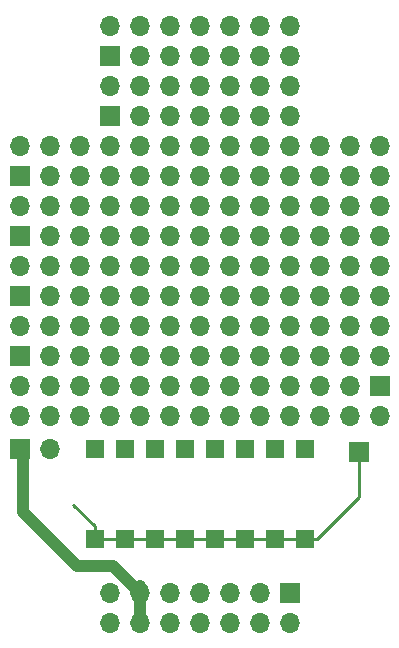
<source format=gtl>
G04 #@! TF.GenerationSoftware,KiCad,Pcbnew,5.0.2-bee76a0~70~ubuntu14.04.1*
G04 #@! TF.CreationDate,2018-12-14T16:23:02-07:00*
G04 #@! TF.ProjectId,perf-sensor,70657266-2d73-4656-9e73-6f722e6b6963,rev?*
G04 #@! TF.SameCoordinates,Original*
G04 #@! TF.FileFunction,Copper,L1,Top*
G04 #@! TF.FilePolarity,Positive*
%FSLAX46Y46*%
G04 Gerber Fmt 4.6, Leading zero omitted, Abs format (unit mm)*
G04 Created by KiCad (PCBNEW 5.0.2-bee76a0~70~ubuntu14.04.1) date Fri 14 Dec 2018 04:23:02 PM MST*
%MOMM*%
%LPD*%
G01*
G04 APERTURE LIST*
G04 #@! TA.AperFunction,ComponentPad*
%ADD10R,1.700000X1.700000*%
G04 #@! TD*
G04 #@! TA.AperFunction,ComponentPad*
%ADD11O,1.700000X1.700000*%
G04 #@! TD*
G04 #@! TA.AperFunction,SMDPad,CuDef*
%ADD12R,1.600000X1.600000*%
G04 #@! TD*
G04 #@! TA.AperFunction,ViaPad*
%ADD13C,0.800000*%
G04 #@! TD*
G04 #@! TA.AperFunction,Conductor*
%ADD14C,1.000000*%
G04 #@! TD*
G04 #@! TA.AperFunction,Conductor*
%ADD15C,0.250000*%
G04 #@! TD*
G04 APERTURE END LIST*
D10*
G04 #@! TO.P,J4,1*
G04 #@! TO.N,bus1*
X107950000Y-107188000D03*
D11*
G04 #@! TO.P,J4,2*
G04 #@! TO.N,bus2*
X107950000Y-109728000D03*
G04 #@! TO.P,J4,3*
G04 #@! TO.N,bus3*
X105410000Y-107188000D03*
G04 #@! TO.P,J4,4*
G04 #@! TO.N,bus4*
X105410000Y-109728000D03*
G04 #@! TO.P,J4,5*
G04 #@! TO.N,bus5*
X102870000Y-107188000D03*
G04 #@! TO.P,J4,6*
G04 #@! TO.N,bus6*
X102870000Y-109728000D03*
G04 #@! TO.P,J4,7*
G04 #@! TO.N,bus7*
X100330000Y-107188000D03*
G04 #@! TO.P,J4,8*
G04 #@! TO.N,bus8*
X100330000Y-109728000D03*
G04 #@! TO.P,J4,9*
G04 #@! TO.N,bus9*
X97790000Y-107188000D03*
G04 #@! TO.P,J4,10*
G04 #@! TO.N,bus10*
X97790000Y-109728000D03*
G04 #@! TO.P,J4,11*
G04 #@! TO.N,bus11*
X95250000Y-107188000D03*
G04 #@! TO.P,J4,12*
X95250000Y-109728000D03*
G04 #@! TO.P,J4,13*
G04 #@! TO.N,bus13*
X92710000Y-107188000D03*
G04 #@! TO.P,J4,14*
X92710000Y-109728000D03*
G04 #@! TD*
D12*
G04 #@! TO.P,SW1,1*
G04 #@! TO.N,bus3*
X109220000Y-94996000D03*
G04 #@! TO.P,SW1,9*
G04 #@! TO.N,signal*
X91440000Y-102616000D03*
G04 #@! TO.P,SW1,2*
G04 #@! TO.N,bus4*
X106680000Y-94996000D03*
G04 #@! TO.P,SW1,10*
G04 #@! TO.N,signal*
X93980000Y-102616000D03*
G04 #@! TO.P,SW1,3*
G04 #@! TO.N,bus5*
X104140000Y-94996000D03*
G04 #@! TO.P,SW1,11*
G04 #@! TO.N,signal*
X96520000Y-102616000D03*
G04 #@! TO.P,SW1,4*
G04 #@! TO.N,bus6*
X101600000Y-94996000D03*
G04 #@! TO.P,SW1,12*
G04 #@! TO.N,signal*
X99060000Y-102616000D03*
G04 #@! TO.P,SW1,5*
G04 #@! TO.N,bus7*
X99060000Y-94996000D03*
G04 #@! TO.P,SW1,13*
G04 #@! TO.N,signal*
X101600000Y-102616000D03*
G04 #@! TO.P,SW1,6*
G04 #@! TO.N,bus8*
X96520000Y-94996000D03*
G04 #@! TO.P,SW1,14*
G04 #@! TO.N,signal*
X104140000Y-102616000D03*
G04 #@! TO.P,SW1,7*
G04 #@! TO.N,bus9*
X93980000Y-94996000D03*
G04 #@! TO.P,SW1,15*
G04 #@! TO.N,signal*
X106680000Y-102616000D03*
G04 #@! TO.P,SW1,8*
G04 #@! TO.N,bus10*
X91440000Y-94996000D03*
G04 #@! TO.P,SW1,16*
G04 #@! TO.N,signal*
X109220000Y-102616000D03*
G04 #@! TD*
D10*
G04 #@! TO.P,J2,1*
G04 #@! TO.N,Net-(J2-Pad1)*
X115570000Y-89662000D03*
D11*
G04 #@! TO.P,J2,2*
G04 #@! TO.N,Net-(J2-Pad2)*
X115570000Y-92202000D03*
G04 #@! TO.P,J2,3*
G04 #@! TO.N,Net-(J2-Pad3)*
X113030000Y-89662000D03*
G04 #@! TO.P,J2,4*
G04 #@! TO.N,Net-(J2-Pad4)*
X113030000Y-92202000D03*
G04 #@! TO.P,J2,5*
G04 #@! TO.N,Net-(J2-Pad5)*
X110490000Y-89662000D03*
G04 #@! TO.P,J2,6*
G04 #@! TO.N,Net-(J2-Pad6)*
X110490000Y-92202000D03*
G04 #@! TO.P,J2,7*
G04 #@! TO.N,Net-(J2-Pad7)*
X107950000Y-89662000D03*
G04 #@! TO.P,J2,8*
G04 #@! TO.N,Net-(J2-Pad8)*
X107950000Y-92202000D03*
G04 #@! TO.P,J2,9*
G04 #@! TO.N,Net-(J2-Pad9)*
X105410000Y-89662000D03*
G04 #@! TO.P,J2,10*
G04 #@! TO.N,Net-(J2-Pad10)*
X105410000Y-92202000D03*
G04 #@! TO.P,J2,11*
G04 #@! TO.N,Net-(J2-Pad11)*
X102870000Y-89662000D03*
G04 #@! TO.P,J2,12*
G04 #@! TO.N,Net-(J2-Pad12)*
X102870000Y-92202000D03*
G04 #@! TO.P,J2,13*
G04 #@! TO.N,Net-(J2-Pad13)*
X100330000Y-89662000D03*
G04 #@! TO.P,J2,14*
G04 #@! TO.N,Net-(J2-Pad14)*
X100330000Y-92202000D03*
G04 #@! TO.P,J2,15*
G04 #@! TO.N,Net-(J2-Pad15)*
X97790000Y-89662000D03*
G04 #@! TO.P,J2,16*
G04 #@! TO.N,Net-(J2-Pad16)*
X97790000Y-92202000D03*
G04 #@! TO.P,J2,17*
G04 #@! TO.N,Net-(J2-Pad17)*
X95250000Y-89662000D03*
G04 #@! TO.P,J2,18*
G04 #@! TO.N,Net-(J2-Pad18)*
X95250000Y-92202000D03*
G04 #@! TO.P,J2,19*
G04 #@! TO.N,Net-(J2-Pad19)*
X92710000Y-89662000D03*
G04 #@! TO.P,J2,20*
G04 #@! TO.N,Net-(J2-Pad20)*
X92710000Y-92202000D03*
G04 #@! TO.P,J2,21*
G04 #@! TO.N,Net-(J2-Pad21)*
X90170000Y-89662000D03*
G04 #@! TO.P,J2,22*
G04 #@! TO.N,Net-(J2-Pad22)*
X90170000Y-92202000D03*
G04 #@! TO.P,J2,23*
G04 #@! TO.N,Net-(J2-Pad23)*
X87630000Y-89662000D03*
G04 #@! TO.P,J2,24*
G04 #@! TO.N,Net-(J2-Pad24)*
X87630000Y-92202000D03*
G04 #@! TO.P,J2,25*
G04 #@! TO.N,Net-(J2-Pad25)*
X85090000Y-89662000D03*
G04 #@! TO.P,J2,26*
G04 #@! TO.N,Net-(J2-Pad26)*
X85090000Y-92202000D03*
G04 #@! TD*
D10*
G04 #@! TO.P,J5,1*
G04 #@! TO.N,Net-(J5-Pad1)*
X85090000Y-87122000D03*
D11*
G04 #@! TO.P,J5,2*
G04 #@! TO.N,Net-(J5-Pad2)*
X85090000Y-84582000D03*
G04 #@! TO.P,J5,3*
G04 #@! TO.N,Net-(J5-Pad3)*
X87630000Y-87122000D03*
G04 #@! TO.P,J5,4*
G04 #@! TO.N,Net-(J5-Pad4)*
X87630000Y-84582000D03*
G04 #@! TO.P,J5,5*
G04 #@! TO.N,Net-(J5-Pad5)*
X90170000Y-87122000D03*
G04 #@! TO.P,J5,6*
G04 #@! TO.N,Net-(J5-Pad6)*
X90170000Y-84582000D03*
G04 #@! TO.P,J5,7*
G04 #@! TO.N,Net-(J5-Pad7)*
X92710000Y-87122000D03*
G04 #@! TO.P,J5,8*
G04 #@! TO.N,Net-(J5-Pad8)*
X92710000Y-84582000D03*
G04 #@! TO.P,J5,9*
G04 #@! TO.N,Net-(J5-Pad9)*
X95250000Y-87122000D03*
G04 #@! TO.P,J5,10*
G04 #@! TO.N,Net-(J5-Pad10)*
X95250000Y-84582000D03*
G04 #@! TO.P,J5,11*
G04 #@! TO.N,Net-(J5-Pad11)*
X97790000Y-87122000D03*
G04 #@! TO.P,J5,12*
G04 #@! TO.N,Net-(J5-Pad12)*
X97790000Y-84582000D03*
G04 #@! TO.P,J5,13*
G04 #@! TO.N,Net-(J5-Pad13)*
X100330000Y-87122000D03*
G04 #@! TO.P,J5,14*
G04 #@! TO.N,Net-(J5-Pad14)*
X100330000Y-84582000D03*
G04 #@! TO.P,J5,15*
G04 #@! TO.N,Net-(J5-Pad15)*
X102870000Y-87122000D03*
G04 #@! TO.P,J5,16*
G04 #@! TO.N,Net-(J5-Pad16)*
X102870000Y-84582000D03*
G04 #@! TO.P,J5,17*
G04 #@! TO.N,Net-(J5-Pad17)*
X105410000Y-87122000D03*
G04 #@! TO.P,J5,18*
G04 #@! TO.N,Net-(J5-Pad18)*
X105410000Y-84582000D03*
G04 #@! TO.P,J5,19*
G04 #@! TO.N,Net-(J5-Pad19)*
X107950000Y-87122000D03*
G04 #@! TO.P,J5,20*
G04 #@! TO.N,Net-(J5-Pad20)*
X107950000Y-84582000D03*
G04 #@! TO.P,J5,21*
G04 #@! TO.N,Net-(J5-Pad21)*
X110490000Y-87122000D03*
G04 #@! TO.P,J5,22*
G04 #@! TO.N,Net-(J5-Pad22)*
X110490000Y-84582000D03*
G04 #@! TO.P,J5,23*
G04 #@! TO.N,Net-(J5-Pad23)*
X113030000Y-87122000D03*
G04 #@! TO.P,J5,24*
G04 #@! TO.N,Net-(J5-Pad24)*
X113030000Y-84582000D03*
G04 #@! TO.P,J5,25*
G04 #@! TO.N,Net-(J5-Pad25)*
X115570000Y-87122000D03*
G04 #@! TO.P,J5,26*
G04 #@! TO.N,Net-(J5-Pad26)*
X115570000Y-84582000D03*
G04 #@! TD*
G04 #@! TO.P,J6,26*
G04 #@! TO.N,Net-(J6-Pad26)*
X115570000Y-79502000D03*
G04 #@! TO.P,J6,25*
G04 #@! TO.N,Net-(J6-Pad25)*
X115570000Y-82042000D03*
G04 #@! TO.P,J6,24*
G04 #@! TO.N,Net-(J6-Pad24)*
X113030000Y-79502000D03*
G04 #@! TO.P,J6,23*
G04 #@! TO.N,Net-(J6-Pad23)*
X113030000Y-82042000D03*
G04 #@! TO.P,J6,22*
G04 #@! TO.N,Net-(J6-Pad22)*
X110490000Y-79502000D03*
G04 #@! TO.P,J6,21*
G04 #@! TO.N,Net-(J6-Pad21)*
X110490000Y-82042000D03*
G04 #@! TO.P,J6,20*
G04 #@! TO.N,Net-(J6-Pad20)*
X107950000Y-79502000D03*
G04 #@! TO.P,J6,19*
G04 #@! TO.N,Net-(J6-Pad19)*
X107950000Y-82042000D03*
G04 #@! TO.P,J6,18*
G04 #@! TO.N,Net-(J6-Pad18)*
X105410000Y-79502000D03*
G04 #@! TO.P,J6,17*
G04 #@! TO.N,Net-(J6-Pad17)*
X105410000Y-82042000D03*
G04 #@! TO.P,J6,16*
G04 #@! TO.N,Net-(J6-Pad16)*
X102870000Y-79502000D03*
G04 #@! TO.P,J6,15*
G04 #@! TO.N,Net-(J6-Pad15)*
X102870000Y-82042000D03*
G04 #@! TO.P,J6,14*
G04 #@! TO.N,Net-(J6-Pad14)*
X100330000Y-79502000D03*
G04 #@! TO.P,J6,13*
G04 #@! TO.N,Net-(J6-Pad13)*
X100330000Y-82042000D03*
G04 #@! TO.P,J6,12*
G04 #@! TO.N,Net-(J6-Pad12)*
X97790000Y-79502000D03*
G04 #@! TO.P,J6,11*
G04 #@! TO.N,Net-(J6-Pad11)*
X97790000Y-82042000D03*
G04 #@! TO.P,J6,10*
G04 #@! TO.N,Net-(J6-Pad10)*
X95250000Y-79502000D03*
G04 #@! TO.P,J6,9*
G04 #@! TO.N,Net-(J6-Pad9)*
X95250000Y-82042000D03*
G04 #@! TO.P,J6,8*
G04 #@! TO.N,Net-(J6-Pad8)*
X92710000Y-79502000D03*
G04 #@! TO.P,J6,7*
G04 #@! TO.N,Net-(J6-Pad7)*
X92710000Y-82042000D03*
G04 #@! TO.P,J6,6*
G04 #@! TO.N,Net-(J6-Pad6)*
X90170000Y-79502000D03*
G04 #@! TO.P,J6,5*
G04 #@! TO.N,Net-(J6-Pad5)*
X90170000Y-82042000D03*
G04 #@! TO.P,J6,4*
G04 #@! TO.N,Net-(J6-Pad4)*
X87630000Y-79502000D03*
G04 #@! TO.P,J6,3*
G04 #@! TO.N,Net-(J6-Pad3)*
X87630000Y-82042000D03*
G04 #@! TO.P,J6,2*
G04 #@! TO.N,Net-(J6-Pad2)*
X85090000Y-79502000D03*
D10*
G04 #@! TO.P,J6,1*
G04 #@! TO.N,Net-(J6-Pad1)*
X85090000Y-82042000D03*
G04 #@! TD*
G04 #@! TO.P,J7,1*
G04 #@! TO.N,Net-(J7-Pad1)*
X85090000Y-76962000D03*
D11*
G04 #@! TO.P,J7,2*
G04 #@! TO.N,Net-(J7-Pad2)*
X85090000Y-74422000D03*
G04 #@! TO.P,J7,3*
G04 #@! TO.N,Net-(J7-Pad3)*
X87630000Y-76962000D03*
G04 #@! TO.P,J7,4*
G04 #@! TO.N,Net-(J7-Pad4)*
X87630000Y-74422000D03*
G04 #@! TO.P,J7,5*
G04 #@! TO.N,Net-(J7-Pad5)*
X90170000Y-76962000D03*
G04 #@! TO.P,J7,6*
G04 #@! TO.N,Net-(J7-Pad6)*
X90170000Y-74422000D03*
G04 #@! TO.P,J7,7*
G04 #@! TO.N,Net-(J7-Pad7)*
X92710000Y-76962000D03*
G04 #@! TO.P,J7,8*
G04 #@! TO.N,Net-(J7-Pad8)*
X92710000Y-74422000D03*
G04 #@! TO.P,J7,9*
G04 #@! TO.N,Net-(J7-Pad9)*
X95250000Y-76962000D03*
G04 #@! TO.P,J7,10*
G04 #@! TO.N,Net-(J7-Pad10)*
X95250000Y-74422000D03*
G04 #@! TO.P,J7,11*
G04 #@! TO.N,Net-(J7-Pad11)*
X97790000Y-76962000D03*
G04 #@! TO.P,J7,12*
G04 #@! TO.N,Net-(J7-Pad12)*
X97790000Y-74422000D03*
G04 #@! TO.P,J7,13*
G04 #@! TO.N,Net-(J7-Pad13)*
X100330000Y-76962000D03*
G04 #@! TO.P,J7,14*
G04 #@! TO.N,Net-(J7-Pad14)*
X100330000Y-74422000D03*
G04 #@! TO.P,J7,15*
G04 #@! TO.N,Net-(J7-Pad15)*
X102870000Y-76962000D03*
G04 #@! TO.P,J7,16*
G04 #@! TO.N,Net-(J7-Pad16)*
X102870000Y-74422000D03*
G04 #@! TO.P,J7,17*
G04 #@! TO.N,Net-(J7-Pad17)*
X105410000Y-76962000D03*
G04 #@! TO.P,J7,18*
G04 #@! TO.N,Net-(J7-Pad18)*
X105410000Y-74422000D03*
G04 #@! TO.P,J7,19*
G04 #@! TO.N,Net-(J7-Pad19)*
X107950000Y-76962000D03*
G04 #@! TO.P,J7,20*
G04 #@! TO.N,Net-(J7-Pad20)*
X107950000Y-74422000D03*
G04 #@! TO.P,J7,21*
G04 #@! TO.N,Net-(J7-Pad21)*
X110490000Y-76962000D03*
G04 #@! TO.P,J7,22*
G04 #@! TO.N,Net-(J7-Pad22)*
X110490000Y-74422000D03*
G04 #@! TO.P,J7,23*
G04 #@! TO.N,Net-(J7-Pad23)*
X113030000Y-76962000D03*
G04 #@! TO.P,J7,24*
G04 #@! TO.N,Net-(J7-Pad24)*
X113030000Y-74422000D03*
G04 #@! TO.P,J7,25*
G04 #@! TO.N,Net-(J7-Pad25)*
X115570000Y-76962000D03*
G04 #@! TO.P,J7,26*
G04 #@! TO.N,Net-(J7-Pad26)*
X115570000Y-74422000D03*
G04 #@! TD*
D10*
G04 #@! TO.P,J8,1*
G04 #@! TO.N,Net-(J8-Pad1)*
X85090000Y-71882000D03*
D11*
G04 #@! TO.P,J8,2*
G04 #@! TO.N,Net-(J8-Pad2)*
X85090000Y-69342000D03*
G04 #@! TO.P,J8,3*
G04 #@! TO.N,Net-(J8-Pad3)*
X87630000Y-71882000D03*
G04 #@! TO.P,J8,4*
G04 #@! TO.N,Net-(J8-Pad4)*
X87630000Y-69342000D03*
G04 #@! TO.P,J8,5*
G04 #@! TO.N,Net-(J8-Pad5)*
X90170000Y-71882000D03*
G04 #@! TO.P,J8,6*
G04 #@! TO.N,Net-(J8-Pad6)*
X90170000Y-69342000D03*
G04 #@! TO.P,J8,7*
G04 #@! TO.N,Net-(J8-Pad7)*
X92710000Y-71882000D03*
G04 #@! TO.P,J8,8*
G04 #@! TO.N,Net-(J8-Pad8)*
X92710000Y-69342000D03*
G04 #@! TO.P,J8,9*
G04 #@! TO.N,Net-(J8-Pad9)*
X95250000Y-71882000D03*
G04 #@! TO.P,J8,10*
G04 #@! TO.N,Net-(J8-Pad10)*
X95250000Y-69342000D03*
G04 #@! TO.P,J8,11*
G04 #@! TO.N,Net-(J8-Pad11)*
X97790000Y-71882000D03*
G04 #@! TO.P,J8,12*
G04 #@! TO.N,Net-(J8-Pad12)*
X97790000Y-69342000D03*
G04 #@! TO.P,J8,13*
G04 #@! TO.N,Net-(J8-Pad13)*
X100330000Y-71882000D03*
G04 #@! TO.P,J8,14*
G04 #@! TO.N,Net-(J8-Pad14)*
X100330000Y-69342000D03*
G04 #@! TO.P,J8,15*
G04 #@! TO.N,Net-(J8-Pad15)*
X102870000Y-71882000D03*
G04 #@! TO.P,J8,16*
G04 #@! TO.N,Net-(J8-Pad16)*
X102870000Y-69342000D03*
G04 #@! TO.P,J8,17*
G04 #@! TO.N,Net-(J8-Pad17)*
X105410000Y-71882000D03*
G04 #@! TO.P,J8,18*
G04 #@! TO.N,Net-(J8-Pad18)*
X105410000Y-69342000D03*
G04 #@! TO.P,J8,19*
G04 #@! TO.N,Net-(J8-Pad19)*
X107950000Y-71882000D03*
G04 #@! TO.P,J8,20*
G04 #@! TO.N,Net-(J8-Pad20)*
X107950000Y-69342000D03*
G04 #@! TO.P,J8,21*
G04 #@! TO.N,Net-(J8-Pad21)*
X110490000Y-71882000D03*
G04 #@! TO.P,J8,22*
G04 #@! TO.N,Net-(J8-Pad22)*
X110490000Y-69342000D03*
G04 #@! TO.P,J8,23*
G04 #@! TO.N,Net-(J8-Pad23)*
X113030000Y-71882000D03*
G04 #@! TO.P,J8,24*
G04 #@! TO.N,Net-(J8-Pad24)*
X113030000Y-69342000D03*
G04 #@! TO.P,J8,25*
G04 #@! TO.N,Net-(J8-Pad25)*
X115570000Y-71882000D03*
G04 #@! TO.P,J8,26*
G04 #@! TO.N,Net-(J8-Pad26)*
X115570000Y-69342000D03*
G04 #@! TD*
D10*
G04 #@! TO.P,J11,1*
G04 #@! TO.N,Net-(J11-Pad1)*
X92710000Y-61722000D03*
D11*
G04 #@! TO.P,J11,2*
G04 #@! TO.N,Net-(J11-Pad2)*
X92710000Y-59182000D03*
G04 #@! TO.P,J11,3*
G04 #@! TO.N,Net-(J11-Pad3)*
X95250000Y-61722000D03*
G04 #@! TO.P,J11,4*
G04 #@! TO.N,Net-(J11-Pad4)*
X95250000Y-59182000D03*
G04 #@! TO.P,J11,5*
G04 #@! TO.N,Net-(J11-Pad5)*
X97790000Y-61722000D03*
G04 #@! TO.P,J11,6*
G04 #@! TO.N,Net-(J11-Pad6)*
X97790000Y-59182000D03*
G04 #@! TO.P,J11,7*
G04 #@! TO.N,Net-(J11-Pad7)*
X100330000Y-61722000D03*
G04 #@! TO.P,J11,8*
G04 #@! TO.N,Net-(J11-Pad8)*
X100330000Y-59182000D03*
G04 #@! TO.P,J11,9*
G04 #@! TO.N,Net-(J11-Pad9)*
X102870000Y-61722000D03*
G04 #@! TO.P,J11,10*
G04 #@! TO.N,Net-(J11-Pad10)*
X102870000Y-59182000D03*
G04 #@! TO.P,J11,11*
G04 #@! TO.N,Net-(J11-Pad11)*
X105410000Y-61722000D03*
G04 #@! TO.P,J11,12*
G04 #@! TO.N,Net-(J11-Pad12)*
X105410000Y-59182000D03*
G04 #@! TO.P,J11,13*
G04 #@! TO.N,Net-(J11-Pad13)*
X107950000Y-61722000D03*
G04 #@! TO.P,J11,14*
G04 #@! TO.N,Net-(J11-Pad14)*
X107950000Y-59182000D03*
G04 #@! TD*
D10*
G04 #@! TO.P,J12,1*
G04 #@! TO.N,bus11*
X85090000Y-94996000D03*
D11*
G04 #@! TO.P,J12,2*
G04 #@! TO.N,bus13*
X87630000Y-94996000D03*
G04 #@! TD*
D10*
G04 #@! TO.P,J1,1*
G04 #@! TO.N,signal*
X113792000Y-95250000D03*
G04 #@! TD*
G04 #@! TO.P,J10,1*
G04 #@! TO.N,Net-(J10-Pad1)*
X92710000Y-66802000D03*
D11*
G04 #@! TO.P,J10,2*
G04 #@! TO.N,Net-(J10-Pad2)*
X92710000Y-64262000D03*
G04 #@! TO.P,J10,3*
G04 #@! TO.N,Net-(J10-Pad3)*
X95250000Y-66802000D03*
G04 #@! TO.P,J10,4*
G04 #@! TO.N,Net-(J10-Pad4)*
X95250000Y-64262000D03*
G04 #@! TO.P,J10,5*
G04 #@! TO.N,Net-(J10-Pad5)*
X97790000Y-66802000D03*
G04 #@! TO.P,J10,6*
G04 #@! TO.N,Net-(J10-Pad6)*
X97790000Y-64262000D03*
G04 #@! TO.P,J10,7*
G04 #@! TO.N,Net-(J10-Pad7)*
X100330000Y-66802000D03*
G04 #@! TO.P,J10,8*
G04 #@! TO.N,Net-(J10-Pad8)*
X100330000Y-64262000D03*
G04 #@! TO.P,J10,9*
G04 #@! TO.N,Net-(J10-Pad9)*
X102870000Y-66802000D03*
G04 #@! TO.P,J10,10*
G04 #@! TO.N,Net-(J10-Pad10)*
X102870000Y-64262000D03*
G04 #@! TO.P,J10,11*
G04 #@! TO.N,Net-(J10-Pad11)*
X105410000Y-66802000D03*
G04 #@! TO.P,J10,12*
G04 #@! TO.N,Net-(J10-Pad12)*
X105410000Y-64262000D03*
G04 #@! TO.P,J10,13*
G04 #@! TO.N,Net-(J10-Pad13)*
X107950000Y-66802000D03*
G04 #@! TO.P,J10,14*
G04 #@! TO.N,Net-(J10-Pad14)*
X107950000Y-64262000D03*
G04 #@! TD*
D13*
G04 #@! TO.N,bus3*
X109220000Y-94996000D03*
G04 #@! TO.N,bus4*
X106680000Y-94996000D03*
G04 #@! TO.N,bus5*
X104140000Y-94996000D03*
G04 #@! TO.N,bus6*
X101600000Y-94996000D03*
G04 #@! TO.N,bus7*
X99060000Y-94996000D03*
G04 #@! TO.N,bus8*
X96520000Y-94996000D03*
G04 #@! TO.N,bus9*
X93980000Y-94996000D03*
G04 #@! TO.N,bus10*
X91440000Y-94996000D03*
G04 #@! TD*
D14*
G04 #@! TO.N,bus11*
X95250000Y-108966000D02*
X95250000Y-106671998D01*
X92964000Y-104902000D02*
X95250000Y-107188000D01*
X89916000Y-104902000D02*
X92964000Y-104902000D01*
X85344000Y-100330000D02*
X89916000Y-104902000D01*
X85344000Y-95250000D02*
X85344000Y-100330000D01*
X85090000Y-94996000D02*
X85344000Y-95250000D01*
D15*
G04 #@! TO.N,signal*
X108170000Y-102616000D02*
X91440000Y-102616000D01*
X109220000Y-102616000D02*
X108170000Y-102616000D01*
X91440000Y-101566000D02*
X89623900Y-99749900D01*
X91440000Y-102616000D02*
X91440000Y-101566000D01*
X110270000Y-102616000D02*
X109220000Y-102616000D01*
X113792000Y-99094000D02*
X110270000Y-102616000D01*
X113792000Y-95250000D02*
X113792000Y-99094000D01*
G04 #@! TD*
M02*

</source>
